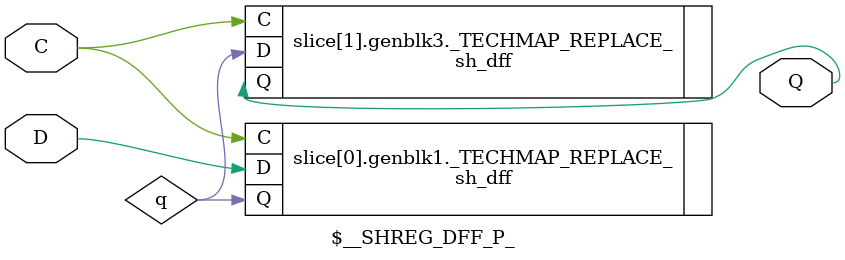
<source format=v>
module \$_DFF_P_ (D, Q, C);
    input D;
    input C;
    output Q;
    dff _TECHMAP_REPLACE_ (.Q(Q), .D(D), .C(C));
endmodule

module \$_DFF_PN0_ (D, Q, C, R);
    input D;
    input C;
    input R;
    output Q;
    dffr _TECHMAP_REPLACE_ (.Q(Q), .D(D), .C(C), .R(R));
endmodule

module \$_DFF_PP0_ (D, Q, C, R);
    input D;
    input C;
    input R;
    output Q;
    dffr _TECHMAP_REPLACE_ (.Q(Q), .D(D), .C(C), .R(!R));
endmodule

module \$__SHREG_DFF_P_ (D, Q, C);
    input D;
    input C;
    output Q;

    parameter DEPTH = 2;
    reg [DEPTH-2:0] q;
    //wire [DEPTH-1:0] d;
    genvar i;
    assign d[0] = D;
    generate for (i = 0; i < DEPTH; i = i + 1) begin: slice


        // First in chain
        generate if (i == 0) begin
                 sh_dff #() _TECHMAP_REPLACE_ (
                    .Q(q[i]),
                    .D(D),
                    .C(C)
                );
        end endgenerate
        // Middle in chain
        generate if (i > 0 && i != DEPTH-1) begin
                 sh_dff #() _TECHMAP_REPLACE_ (
                    .Q(q[i]),
                    .D(q[i-1]),
                    .C(C)
                );
        end endgenerate
        // Last in chain
        generate if (i == DEPTH-1) begin
                 sh_dff #() _TECHMAP_REPLACE_ (
                    .Q(Q),
                    .D(q[i-1]),
                    .C(C)
                );
        end endgenerate
   end: slice
   endgenerate

endmodule

</source>
